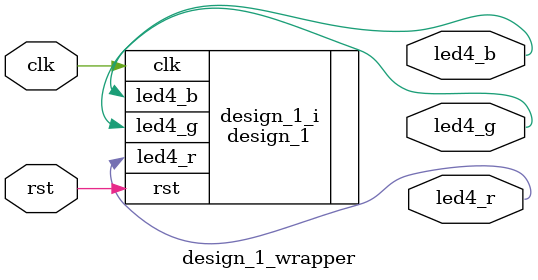
<source format=v>
`timescale 1 ps / 1 ps

module design_1_wrapper
   (clk,
    led4_b,
    led4_g,
    led4_r,
    rst);
  input clk;
  output led4_b;
  output led4_g;
  output led4_r;
  input rst;

  wire clk;
  wire led4_b;
  wire led4_g;
  wire led4_r;
  wire rst;

  design_1 design_1_i
       (.clk(clk),
        .led4_b(led4_b),
        .led4_g(led4_g),
        .led4_r(led4_r),
        .rst(rst));
endmodule

</source>
